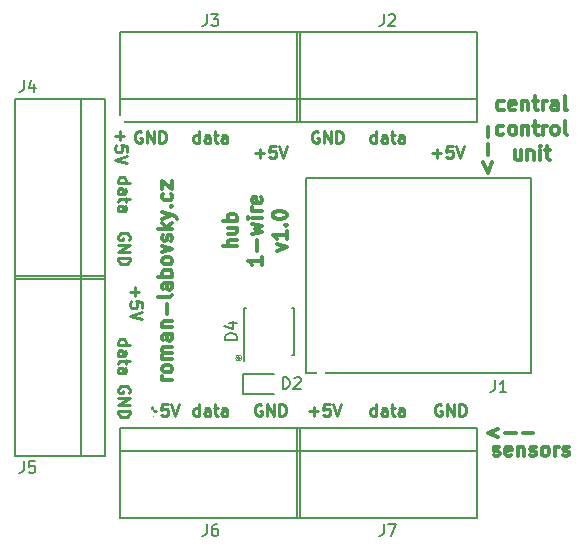
<source format=gto>
G04 #@! TF.GenerationSoftware,KiCad,Pcbnew,(5.1.6)-1*
G04 #@! TF.CreationDate,2023-04-30T23:16:11+02:00*
G04 #@! TF.ProjectId,hub-1-wire,6875622d-312d-4776-9972-652e6b696361,rev?*
G04 #@! TF.SameCoordinates,Original*
G04 #@! TF.FileFunction,Legend,Top*
G04 #@! TF.FilePolarity,Positive*
%FSLAX46Y46*%
G04 Gerber Fmt 4.6, Leading zero omitted, Abs format (unit mm)*
G04 Created by KiCad (PCBNEW (5.1.6)-1) date 2023-04-30 23:16:11*
%MOMM*%
%LPD*%
G01*
G04 APERTURE LIST*
%ADD10C,0.300000*%
%ADD11C,0.250000*%
%ADD12C,0.160000*%
%ADD13C,0.120000*%
%ADD14C,0.150000*%
%ADD15C,6.102000*%
%ADD16C,0.902000*%
%ADD17R,3.602000X3.602000*%
%ADD18C,3.602000*%
%ADD19C,1.602000*%
%ADD20C,3.402000*%
%ADD21R,0.902000X2.302000*%
%ADD22R,1.002000X1.002000*%
G04 APERTURE END LIST*
D10*
X232152857Y-82816571D02*
X232495714Y-83730857D01*
X232838571Y-82816571D01*
X232495714Y-82245142D02*
X232495714Y-81330857D01*
X232495714Y-80759428D02*
X232495714Y-79845142D01*
X233413428Y-105406857D02*
X232499142Y-105749714D01*
X233413428Y-106092571D01*
X233984857Y-105749714D02*
X234899142Y-105749714D01*
X235470571Y-105749714D02*
X236384857Y-105749714D01*
X233020000Y-107673714D02*
X233134285Y-107730857D01*
X233362857Y-107730857D01*
X233477142Y-107673714D01*
X233534285Y-107559428D01*
X233534285Y-107502285D01*
X233477142Y-107388000D01*
X233362857Y-107330857D01*
X233191428Y-107330857D01*
X233077142Y-107273714D01*
X233020000Y-107159428D01*
X233020000Y-107102285D01*
X233077142Y-106988000D01*
X233191428Y-106930857D01*
X233362857Y-106930857D01*
X233477142Y-106988000D01*
X234505714Y-107673714D02*
X234391428Y-107730857D01*
X234162857Y-107730857D01*
X234048571Y-107673714D01*
X233991428Y-107559428D01*
X233991428Y-107102285D01*
X234048571Y-106988000D01*
X234162857Y-106930857D01*
X234391428Y-106930857D01*
X234505714Y-106988000D01*
X234562857Y-107102285D01*
X234562857Y-107216571D01*
X233991428Y-107330857D01*
X235077142Y-106930857D02*
X235077142Y-107730857D01*
X235077142Y-107045142D02*
X235134285Y-106988000D01*
X235248571Y-106930857D01*
X235420000Y-106930857D01*
X235534285Y-106988000D01*
X235591428Y-107102285D01*
X235591428Y-107730857D01*
X236105714Y-107673714D02*
X236220000Y-107730857D01*
X236448571Y-107730857D01*
X236562857Y-107673714D01*
X236620000Y-107559428D01*
X236620000Y-107502285D01*
X236562857Y-107388000D01*
X236448571Y-107330857D01*
X236277142Y-107330857D01*
X236162857Y-107273714D01*
X236105714Y-107159428D01*
X236105714Y-107102285D01*
X236162857Y-106988000D01*
X236277142Y-106930857D01*
X236448571Y-106930857D01*
X236562857Y-106988000D01*
X237305714Y-107730857D02*
X237191428Y-107673714D01*
X237134285Y-107616571D01*
X237077142Y-107502285D01*
X237077142Y-107159428D01*
X237134285Y-107045142D01*
X237191428Y-106988000D01*
X237305714Y-106930857D01*
X237477142Y-106930857D01*
X237591428Y-106988000D01*
X237648571Y-107045142D01*
X237705714Y-107159428D01*
X237705714Y-107502285D01*
X237648571Y-107616571D01*
X237591428Y-107673714D01*
X237477142Y-107730857D01*
X237305714Y-107730857D01*
X238220000Y-107730857D02*
X238220000Y-106930857D01*
X238220000Y-107159428D02*
X238277142Y-107045142D01*
X238334285Y-106988000D01*
X238448571Y-106930857D01*
X238562857Y-106930857D01*
X238905714Y-107673714D02*
X239020000Y-107730857D01*
X239248571Y-107730857D01*
X239362857Y-107673714D01*
X239420000Y-107559428D01*
X239420000Y-107502285D01*
X239362857Y-107388000D01*
X239248571Y-107330857D01*
X239077142Y-107330857D01*
X238962857Y-107273714D01*
X238905714Y-107159428D01*
X238905714Y-107102285D01*
X238962857Y-106988000D01*
X239077142Y-106930857D01*
X239248571Y-106930857D01*
X239362857Y-106988000D01*
X211294857Y-89988857D02*
X210094857Y-89988857D01*
X211294857Y-89474571D02*
X210666285Y-89474571D01*
X210552000Y-89531714D01*
X210494857Y-89646000D01*
X210494857Y-89817428D01*
X210552000Y-89931714D01*
X210609142Y-89988857D01*
X210494857Y-88388857D02*
X211294857Y-88388857D01*
X210494857Y-88903142D02*
X211123428Y-88903142D01*
X211237714Y-88846000D01*
X211294857Y-88731714D01*
X211294857Y-88560285D01*
X211237714Y-88446000D01*
X211180571Y-88388857D01*
X211294857Y-87817428D02*
X210094857Y-87817428D01*
X210552000Y-87817428D02*
X210494857Y-87703142D01*
X210494857Y-87474571D01*
X210552000Y-87360285D01*
X210609142Y-87303142D01*
X210723428Y-87246000D01*
X211066285Y-87246000D01*
X211180571Y-87303142D01*
X211237714Y-87360285D01*
X211294857Y-87474571D01*
X211294857Y-87703142D01*
X211237714Y-87817428D01*
X213394857Y-90846000D02*
X213394857Y-91531714D01*
X213394857Y-91188857D02*
X212194857Y-91188857D01*
X212366285Y-91303142D01*
X212480571Y-91417428D01*
X212537714Y-91531714D01*
X212937714Y-90331714D02*
X212937714Y-89417428D01*
X212594857Y-88960285D02*
X213394857Y-88731714D01*
X212823428Y-88503142D01*
X213394857Y-88274571D01*
X212594857Y-88046000D01*
X213394857Y-87588857D02*
X212594857Y-87588857D01*
X212194857Y-87588857D02*
X212252000Y-87646000D01*
X212309142Y-87588857D01*
X212252000Y-87531714D01*
X212194857Y-87588857D01*
X212309142Y-87588857D01*
X213394857Y-87017428D02*
X212594857Y-87017428D01*
X212823428Y-87017428D02*
X212709142Y-86960285D01*
X212652000Y-86903142D01*
X212594857Y-86788857D01*
X212594857Y-86674571D01*
X213337714Y-85817428D02*
X213394857Y-85931714D01*
X213394857Y-86160285D01*
X213337714Y-86274571D01*
X213223428Y-86331714D01*
X212766285Y-86331714D01*
X212652000Y-86274571D01*
X212594857Y-86160285D01*
X212594857Y-85931714D01*
X212652000Y-85817428D01*
X212766285Y-85760285D01*
X212880571Y-85760285D01*
X212994857Y-86331714D01*
X214694857Y-90360285D02*
X215494857Y-90074571D01*
X214694857Y-89788857D01*
X215494857Y-88703142D02*
X215494857Y-89388857D01*
X215494857Y-89046000D02*
X214294857Y-89046000D01*
X214466285Y-89160285D01*
X214580571Y-89274571D01*
X214637714Y-89388857D01*
X215380571Y-88188857D02*
X215437714Y-88131714D01*
X215494857Y-88188857D01*
X215437714Y-88246000D01*
X215380571Y-88188857D01*
X215494857Y-88188857D01*
X214294857Y-87388857D02*
X214294857Y-87274571D01*
X214352000Y-87160285D01*
X214409142Y-87103142D01*
X214523428Y-87046000D01*
X214752000Y-86988857D01*
X215037714Y-86988857D01*
X215266285Y-87046000D01*
X215380571Y-87103142D01*
X215437714Y-87160285D01*
X215494857Y-87274571D01*
X215494857Y-87388857D01*
X215437714Y-87503142D01*
X215380571Y-87560285D01*
X215266285Y-87617428D01*
X215037714Y-87674571D01*
X214752000Y-87674571D01*
X214523428Y-87617428D01*
X214409142Y-87560285D01*
X214352000Y-87503142D01*
X214294857Y-87388857D01*
X233877142Y-78395714D02*
X233762857Y-78452857D01*
X233534285Y-78452857D01*
X233420000Y-78395714D01*
X233362857Y-78338571D01*
X233305714Y-78224285D01*
X233305714Y-77881428D01*
X233362857Y-77767142D01*
X233420000Y-77710000D01*
X233534285Y-77652857D01*
X233762857Y-77652857D01*
X233877142Y-77710000D01*
X234848571Y-78395714D02*
X234734285Y-78452857D01*
X234505714Y-78452857D01*
X234391428Y-78395714D01*
X234334285Y-78281428D01*
X234334285Y-77824285D01*
X234391428Y-77710000D01*
X234505714Y-77652857D01*
X234734285Y-77652857D01*
X234848571Y-77710000D01*
X234905714Y-77824285D01*
X234905714Y-77938571D01*
X234334285Y-78052857D01*
X235420000Y-77652857D02*
X235420000Y-78452857D01*
X235420000Y-77767142D02*
X235477142Y-77710000D01*
X235591428Y-77652857D01*
X235762857Y-77652857D01*
X235877142Y-77710000D01*
X235934285Y-77824285D01*
X235934285Y-78452857D01*
X236334285Y-77652857D02*
X236791428Y-77652857D01*
X236505714Y-77252857D02*
X236505714Y-78281428D01*
X236562857Y-78395714D01*
X236677142Y-78452857D01*
X236791428Y-78452857D01*
X237191428Y-78452857D02*
X237191428Y-77652857D01*
X237191428Y-77881428D02*
X237248571Y-77767142D01*
X237305714Y-77710000D01*
X237420000Y-77652857D01*
X237534285Y-77652857D01*
X238448571Y-78452857D02*
X238448571Y-77824285D01*
X238391428Y-77710000D01*
X238277142Y-77652857D01*
X238048571Y-77652857D01*
X237934285Y-77710000D01*
X238448571Y-78395714D02*
X238334285Y-78452857D01*
X238048571Y-78452857D01*
X237934285Y-78395714D01*
X237877142Y-78281428D01*
X237877142Y-78167142D01*
X237934285Y-78052857D01*
X238048571Y-77995714D01*
X238334285Y-77995714D01*
X238448571Y-77938571D01*
X239191428Y-78452857D02*
X239077142Y-78395714D01*
X239020000Y-78281428D01*
X239020000Y-77252857D01*
X233848571Y-80495714D02*
X233734285Y-80552857D01*
X233505714Y-80552857D01*
X233391428Y-80495714D01*
X233334285Y-80438571D01*
X233277142Y-80324285D01*
X233277142Y-79981428D01*
X233334285Y-79867142D01*
X233391428Y-79810000D01*
X233505714Y-79752857D01*
X233734285Y-79752857D01*
X233848571Y-79810000D01*
X234534285Y-80552857D02*
X234420000Y-80495714D01*
X234362857Y-80438571D01*
X234305714Y-80324285D01*
X234305714Y-79981428D01*
X234362857Y-79867142D01*
X234420000Y-79810000D01*
X234534285Y-79752857D01*
X234705714Y-79752857D01*
X234820000Y-79810000D01*
X234877142Y-79867142D01*
X234934285Y-79981428D01*
X234934285Y-80324285D01*
X234877142Y-80438571D01*
X234820000Y-80495714D01*
X234705714Y-80552857D01*
X234534285Y-80552857D01*
X235448571Y-79752857D02*
X235448571Y-80552857D01*
X235448571Y-79867142D02*
X235505714Y-79810000D01*
X235620000Y-79752857D01*
X235791428Y-79752857D01*
X235905714Y-79810000D01*
X235962857Y-79924285D01*
X235962857Y-80552857D01*
X236362857Y-79752857D02*
X236820000Y-79752857D01*
X236534285Y-79352857D02*
X236534285Y-80381428D01*
X236591428Y-80495714D01*
X236705714Y-80552857D01*
X236820000Y-80552857D01*
X237220000Y-80552857D02*
X237220000Y-79752857D01*
X237220000Y-79981428D02*
X237277142Y-79867142D01*
X237334285Y-79810000D01*
X237448571Y-79752857D01*
X237562857Y-79752857D01*
X238134285Y-80552857D02*
X238020000Y-80495714D01*
X237962857Y-80438571D01*
X237905714Y-80324285D01*
X237905714Y-79981428D01*
X237962857Y-79867142D01*
X238020000Y-79810000D01*
X238134285Y-79752857D01*
X238305714Y-79752857D01*
X238420000Y-79810000D01*
X238477142Y-79867142D01*
X238534285Y-79981428D01*
X238534285Y-80324285D01*
X238477142Y-80438571D01*
X238420000Y-80495714D01*
X238305714Y-80552857D01*
X238134285Y-80552857D01*
X239220000Y-80552857D02*
X239105714Y-80495714D01*
X239048571Y-80381428D01*
X239048571Y-79352857D01*
X235305714Y-81852857D02*
X235305714Y-82652857D01*
X234791428Y-81852857D02*
X234791428Y-82481428D01*
X234848571Y-82595714D01*
X234962857Y-82652857D01*
X235134285Y-82652857D01*
X235248571Y-82595714D01*
X235305714Y-82538571D01*
X235877142Y-81852857D02*
X235877142Y-82652857D01*
X235877142Y-81967142D02*
X235934285Y-81910000D01*
X236048571Y-81852857D01*
X236220000Y-81852857D01*
X236334285Y-81910000D01*
X236391428Y-82024285D01*
X236391428Y-82652857D01*
X236962857Y-82652857D02*
X236962857Y-81852857D01*
X236962857Y-81452857D02*
X236905714Y-81510000D01*
X236962857Y-81567142D01*
X237020000Y-81510000D01*
X236962857Y-81452857D01*
X236962857Y-81567142D01*
X237362857Y-81852857D02*
X237820000Y-81852857D01*
X237534285Y-81452857D02*
X237534285Y-82481428D01*
X237591428Y-82595714D01*
X237705714Y-82652857D01*
X237820000Y-82652857D01*
X205774857Y-101335428D02*
X204974857Y-101335428D01*
X205203428Y-101335428D02*
X205089142Y-101278285D01*
X205032000Y-101221142D01*
X204974857Y-101106857D01*
X204974857Y-100992571D01*
X205774857Y-100421142D02*
X205717714Y-100535428D01*
X205660571Y-100592571D01*
X205546285Y-100649714D01*
X205203428Y-100649714D01*
X205089142Y-100592571D01*
X205032000Y-100535428D01*
X204974857Y-100421142D01*
X204974857Y-100249714D01*
X205032000Y-100135428D01*
X205089142Y-100078285D01*
X205203428Y-100021142D01*
X205546285Y-100021142D01*
X205660571Y-100078285D01*
X205717714Y-100135428D01*
X205774857Y-100249714D01*
X205774857Y-100421142D01*
X205774857Y-99506857D02*
X204974857Y-99506857D01*
X205089142Y-99506857D02*
X205032000Y-99449714D01*
X204974857Y-99335428D01*
X204974857Y-99164000D01*
X205032000Y-99049714D01*
X205146285Y-98992571D01*
X205774857Y-98992571D01*
X205146285Y-98992571D02*
X205032000Y-98935428D01*
X204974857Y-98821142D01*
X204974857Y-98649714D01*
X205032000Y-98535428D01*
X205146285Y-98478285D01*
X205774857Y-98478285D01*
X205774857Y-97392571D02*
X205146285Y-97392571D01*
X205032000Y-97449714D01*
X204974857Y-97564000D01*
X204974857Y-97792571D01*
X205032000Y-97906857D01*
X205717714Y-97392571D02*
X205774857Y-97506857D01*
X205774857Y-97792571D01*
X205717714Y-97906857D01*
X205603428Y-97964000D01*
X205489142Y-97964000D01*
X205374857Y-97906857D01*
X205317714Y-97792571D01*
X205317714Y-97506857D01*
X205260571Y-97392571D01*
X204974857Y-96821142D02*
X205774857Y-96821142D01*
X205089142Y-96821142D02*
X205032000Y-96764000D01*
X204974857Y-96649714D01*
X204974857Y-96478285D01*
X205032000Y-96364000D01*
X205146285Y-96306857D01*
X205774857Y-96306857D01*
X205317714Y-95735428D02*
X205317714Y-94821142D01*
X205774857Y-94078285D02*
X205717714Y-94192571D01*
X205603428Y-94249714D01*
X204574857Y-94249714D01*
X205774857Y-93106857D02*
X205146285Y-93106857D01*
X205032000Y-93164000D01*
X204974857Y-93278285D01*
X204974857Y-93506857D01*
X205032000Y-93621142D01*
X205717714Y-93106857D02*
X205774857Y-93221142D01*
X205774857Y-93506857D01*
X205717714Y-93621142D01*
X205603428Y-93678285D01*
X205489142Y-93678285D01*
X205374857Y-93621142D01*
X205317714Y-93506857D01*
X205317714Y-93221142D01*
X205260571Y-93106857D01*
X205774857Y-92535428D02*
X204574857Y-92535428D01*
X205032000Y-92535428D02*
X204974857Y-92421142D01*
X204974857Y-92192571D01*
X205032000Y-92078285D01*
X205089142Y-92021142D01*
X205203428Y-91964000D01*
X205546285Y-91964000D01*
X205660571Y-92021142D01*
X205717714Y-92078285D01*
X205774857Y-92192571D01*
X205774857Y-92421142D01*
X205717714Y-92535428D01*
X205774857Y-91278285D02*
X205717714Y-91392571D01*
X205660571Y-91449714D01*
X205546285Y-91506857D01*
X205203428Y-91506857D01*
X205089142Y-91449714D01*
X205032000Y-91392571D01*
X204974857Y-91278285D01*
X204974857Y-91106857D01*
X205032000Y-90992571D01*
X205089142Y-90935428D01*
X205203428Y-90878285D01*
X205546285Y-90878285D01*
X205660571Y-90935428D01*
X205717714Y-90992571D01*
X205774857Y-91106857D01*
X205774857Y-91278285D01*
X204974857Y-90478285D02*
X205774857Y-90192571D01*
X204974857Y-89906857D01*
X205717714Y-89506857D02*
X205774857Y-89392571D01*
X205774857Y-89164000D01*
X205717714Y-89049714D01*
X205603428Y-88992571D01*
X205546285Y-88992571D01*
X205432000Y-89049714D01*
X205374857Y-89164000D01*
X205374857Y-89335428D01*
X205317714Y-89449714D01*
X205203428Y-89506857D01*
X205146285Y-89506857D01*
X205032000Y-89449714D01*
X204974857Y-89335428D01*
X204974857Y-89164000D01*
X205032000Y-89049714D01*
X205774857Y-88478285D02*
X204574857Y-88478285D01*
X205317714Y-88364000D02*
X205774857Y-88021142D01*
X204974857Y-88021142D02*
X205432000Y-88478285D01*
X204974857Y-87621142D02*
X205774857Y-87335428D01*
X204974857Y-87049714D02*
X205774857Y-87335428D01*
X206060571Y-87449714D01*
X206117714Y-87506857D01*
X206174857Y-87621142D01*
X205660571Y-86592571D02*
X205717714Y-86535428D01*
X205774857Y-86592571D01*
X205717714Y-86649714D01*
X205660571Y-86592571D01*
X205774857Y-86592571D01*
X205717714Y-85506857D02*
X205774857Y-85621142D01*
X205774857Y-85849714D01*
X205717714Y-85964000D01*
X205660571Y-86021142D01*
X205546285Y-86078285D01*
X205203428Y-86078285D01*
X205089142Y-86021142D01*
X205032000Y-85964000D01*
X204974857Y-85849714D01*
X204974857Y-85621142D01*
X205032000Y-85506857D01*
X204974857Y-85106857D02*
X204974857Y-84478285D01*
X205774857Y-85106857D01*
X205774857Y-84478285D01*
D11*
X217408285Y-103957428D02*
X218170190Y-103957428D01*
X217789238Y-104338380D02*
X217789238Y-103576476D01*
X219122571Y-103338380D02*
X218646380Y-103338380D01*
X218598761Y-103814571D01*
X218646380Y-103766952D01*
X218741619Y-103719333D01*
X218979714Y-103719333D01*
X219074952Y-103766952D01*
X219122571Y-103814571D01*
X219170190Y-103909809D01*
X219170190Y-104147904D01*
X219122571Y-104243142D01*
X219074952Y-104290761D01*
X218979714Y-104338380D01*
X218741619Y-104338380D01*
X218646380Y-104290761D01*
X218598761Y-104243142D01*
X219455904Y-103338380D02*
X219789238Y-104338380D01*
X220122571Y-103338380D01*
X223051809Y-104338380D02*
X223051809Y-103338380D01*
X223051809Y-104290761D02*
X222956571Y-104338380D01*
X222766095Y-104338380D01*
X222670857Y-104290761D01*
X222623238Y-104243142D01*
X222575619Y-104147904D01*
X222575619Y-103862190D01*
X222623238Y-103766952D01*
X222670857Y-103719333D01*
X222766095Y-103671714D01*
X222956571Y-103671714D01*
X223051809Y-103719333D01*
X223956571Y-104338380D02*
X223956571Y-103814571D01*
X223908952Y-103719333D01*
X223813714Y-103671714D01*
X223623238Y-103671714D01*
X223528000Y-103719333D01*
X223956571Y-104290761D02*
X223861333Y-104338380D01*
X223623238Y-104338380D01*
X223528000Y-104290761D01*
X223480380Y-104195523D01*
X223480380Y-104100285D01*
X223528000Y-104005047D01*
X223623238Y-103957428D01*
X223861333Y-103957428D01*
X223956571Y-103909809D01*
X224289904Y-103671714D02*
X224670857Y-103671714D01*
X224432761Y-103338380D02*
X224432761Y-104195523D01*
X224480380Y-104290761D01*
X224575619Y-104338380D01*
X224670857Y-104338380D01*
X225432761Y-104338380D02*
X225432761Y-103814571D01*
X225385142Y-103719333D01*
X225289904Y-103671714D01*
X225099428Y-103671714D01*
X225004190Y-103719333D01*
X225432761Y-104290761D02*
X225337523Y-104338380D01*
X225099428Y-104338380D01*
X225004190Y-104290761D01*
X224956571Y-104195523D01*
X224956571Y-104100285D01*
X225004190Y-104005047D01*
X225099428Y-103957428D01*
X225337523Y-103957428D01*
X225432761Y-103909809D01*
X228600095Y-103386000D02*
X228504857Y-103338380D01*
X228362000Y-103338380D01*
X228219142Y-103386000D01*
X228123904Y-103481238D01*
X228076285Y-103576476D01*
X228028666Y-103766952D01*
X228028666Y-103909809D01*
X228076285Y-104100285D01*
X228123904Y-104195523D01*
X228219142Y-104290761D01*
X228362000Y-104338380D01*
X228457238Y-104338380D01*
X228600095Y-104290761D01*
X228647714Y-104243142D01*
X228647714Y-103909809D01*
X228457238Y-103909809D01*
X229076285Y-104338380D02*
X229076285Y-103338380D01*
X229647714Y-104338380D01*
X229647714Y-103338380D01*
X230123904Y-104338380D02*
X230123904Y-103338380D01*
X230362000Y-103338380D01*
X230504857Y-103386000D01*
X230600095Y-103481238D01*
X230647714Y-103576476D01*
X230695333Y-103766952D01*
X230695333Y-103909809D01*
X230647714Y-104100285D01*
X230600095Y-104195523D01*
X230504857Y-104290761D01*
X230362000Y-104338380D01*
X230123904Y-104338380D01*
X203692285Y-103957428D02*
X204454190Y-103957428D01*
X204073238Y-104338380D02*
X204073238Y-103576476D01*
X205406571Y-103338380D02*
X204930380Y-103338380D01*
X204882761Y-103814571D01*
X204930380Y-103766952D01*
X205025619Y-103719333D01*
X205263714Y-103719333D01*
X205358952Y-103766952D01*
X205406571Y-103814571D01*
X205454190Y-103909809D01*
X205454190Y-104147904D01*
X205406571Y-104243142D01*
X205358952Y-104290761D01*
X205263714Y-104338380D01*
X205025619Y-104338380D01*
X204930380Y-104290761D01*
X204882761Y-104243142D01*
X205739904Y-103338380D02*
X206073238Y-104338380D01*
X206406571Y-103338380D01*
X208065809Y-104338380D02*
X208065809Y-103338380D01*
X208065809Y-104290761D02*
X207970571Y-104338380D01*
X207780095Y-104338380D01*
X207684857Y-104290761D01*
X207637238Y-104243142D01*
X207589619Y-104147904D01*
X207589619Y-103862190D01*
X207637238Y-103766952D01*
X207684857Y-103719333D01*
X207780095Y-103671714D01*
X207970571Y-103671714D01*
X208065809Y-103719333D01*
X208970571Y-104338380D02*
X208970571Y-103814571D01*
X208922952Y-103719333D01*
X208827714Y-103671714D01*
X208637238Y-103671714D01*
X208542000Y-103719333D01*
X208970571Y-104290761D02*
X208875333Y-104338380D01*
X208637238Y-104338380D01*
X208542000Y-104290761D01*
X208494380Y-104195523D01*
X208494380Y-104100285D01*
X208542000Y-104005047D01*
X208637238Y-103957428D01*
X208875333Y-103957428D01*
X208970571Y-103909809D01*
X209303904Y-103671714D02*
X209684857Y-103671714D01*
X209446761Y-103338380D02*
X209446761Y-104195523D01*
X209494380Y-104290761D01*
X209589619Y-104338380D01*
X209684857Y-104338380D01*
X210446761Y-104338380D02*
X210446761Y-103814571D01*
X210399142Y-103719333D01*
X210303904Y-103671714D01*
X210113428Y-103671714D01*
X210018190Y-103719333D01*
X210446761Y-104290761D02*
X210351523Y-104338380D01*
X210113428Y-104338380D01*
X210018190Y-104290761D01*
X209970571Y-104195523D01*
X209970571Y-104100285D01*
X210018190Y-104005047D01*
X210113428Y-103957428D01*
X210351523Y-103957428D01*
X210446761Y-103909809D01*
X213360095Y-103386000D02*
X213264857Y-103338380D01*
X213122000Y-103338380D01*
X212979142Y-103386000D01*
X212883904Y-103481238D01*
X212836285Y-103576476D01*
X212788666Y-103766952D01*
X212788666Y-103909809D01*
X212836285Y-104100285D01*
X212883904Y-104195523D01*
X212979142Y-104290761D01*
X213122000Y-104338380D01*
X213217238Y-104338380D01*
X213360095Y-104290761D01*
X213407714Y-104243142D01*
X213407714Y-103909809D01*
X213217238Y-103909809D01*
X213836285Y-104338380D02*
X213836285Y-103338380D01*
X214407714Y-104338380D01*
X214407714Y-103338380D01*
X214883904Y-104338380D02*
X214883904Y-103338380D01*
X215122000Y-103338380D01*
X215264857Y-103386000D01*
X215360095Y-103481238D01*
X215407714Y-103576476D01*
X215455333Y-103766952D01*
X215455333Y-103909809D01*
X215407714Y-104100285D01*
X215360095Y-104195523D01*
X215264857Y-104290761D01*
X215122000Y-104338380D01*
X214883904Y-104338380D01*
X202176000Y-102362095D02*
X202223619Y-102266857D01*
X202223619Y-102124000D01*
X202176000Y-101981142D01*
X202080761Y-101885904D01*
X201985523Y-101838285D01*
X201795047Y-101790666D01*
X201652190Y-101790666D01*
X201461714Y-101838285D01*
X201366476Y-101885904D01*
X201271238Y-101981142D01*
X201223619Y-102124000D01*
X201223619Y-102219238D01*
X201271238Y-102362095D01*
X201318857Y-102409714D01*
X201652190Y-102409714D01*
X201652190Y-102219238D01*
X201223619Y-102838285D02*
X202223619Y-102838285D01*
X201223619Y-103409714D01*
X202223619Y-103409714D01*
X201223619Y-103885904D02*
X202223619Y-103885904D01*
X202223619Y-104124000D01*
X202176000Y-104266857D01*
X202080761Y-104362095D01*
X201985523Y-104409714D01*
X201795047Y-104457333D01*
X201652190Y-104457333D01*
X201461714Y-104409714D01*
X201366476Y-104362095D01*
X201271238Y-104266857D01*
X201223619Y-104124000D01*
X201223619Y-103885904D01*
X201223619Y-98337809D02*
X202223619Y-98337809D01*
X201271238Y-98337809D02*
X201223619Y-98242571D01*
X201223619Y-98052095D01*
X201271238Y-97956857D01*
X201318857Y-97909238D01*
X201414095Y-97861619D01*
X201699809Y-97861619D01*
X201795047Y-97909238D01*
X201842666Y-97956857D01*
X201890285Y-98052095D01*
X201890285Y-98242571D01*
X201842666Y-98337809D01*
X201223619Y-99242571D02*
X201747428Y-99242571D01*
X201842666Y-99194952D01*
X201890285Y-99099714D01*
X201890285Y-98909238D01*
X201842666Y-98814000D01*
X201271238Y-99242571D02*
X201223619Y-99147333D01*
X201223619Y-98909238D01*
X201271238Y-98814000D01*
X201366476Y-98766380D01*
X201461714Y-98766380D01*
X201556952Y-98814000D01*
X201604571Y-98909238D01*
X201604571Y-99147333D01*
X201652190Y-99242571D01*
X201890285Y-99575904D02*
X201890285Y-99956857D01*
X202223619Y-99718761D02*
X201366476Y-99718761D01*
X201271238Y-99766380D01*
X201223619Y-99861619D01*
X201223619Y-99956857D01*
X201223619Y-100718761D02*
X201747428Y-100718761D01*
X201842666Y-100671142D01*
X201890285Y-100575904D01*
X201890285Y-100385428D01*
X201842666Y-100290190D01*
X201271238Y-100718761D02*
X201223619Y-100623523D01*
X201223619Y-100385428D01*
X201271238Y-100290190D01*
X201366476Y-100242571D01*
X201461714Y-100242571D01*
X201556952Y-100290190D01*
X201604571Y-100385428D01*
X201604571Y-100623523D01*
X201652190Y-100718761D01*
X202620571Y-93456285D02*
X202620571Y-94218190D01*
X202239619Y-93837238D02*
X203001523Y-93837238D01*
X203239619Y-95170571D02*
X203239619Y-94694380D01*
X202763428Y-94646761D01*
X202811047Y-94694380D01*
X202858666Y-94789619D01*
X202858666Y-95027714D01*
X202811047Y-95122952D01*
X202763428Y-95170571D01*
X202668190Y-95218190D01*
X202430095Y-95218190D01*
X202334857Y-95170571D01*
X202287238Y-95122952D01*
X202239619Y-95027714D01*
X202239619Y-94789619D01*
X202287238Y-94694380D01*
X202334857Y-94646761D01*
X203239619Y-95503904D02*
X202239619Y-95837238D01*
X203239619Y-96170571D01*
X202176000Y-89408095D02*
X202223619Y-89312857D01*
X202223619Y-89170000D01*
X202176000Y-89027142D01*
X202080761Y-88931904D01*
X201985523Y-88884285D01*
X201795047Y-88836666D01*
X201652190Y-88836666D01*
X201461714Y-88884285D01*
X201366476Y-88931904D01*
X201271238Y-89027142D01*
X201223619Y-89170000D01*
X201223619Y-89265238D01*
X201271238Y-89408095D01*
X201318857Y-89455714D01*
X201652190Y-89455714D01*
X201652190Y-89265238D01*
X201223619Y-89884285D02*
X202223619Y-89884285D01*
X201223619Y-90455714D01*
X202223619Y-90455714D01*
X201223619Y-90931904D02*
X202223619Y-90931904D01*
X202223619Y-91170000D01*
X202176000Y-91312857D01*
X202080761Y-91408095D01*
X201985523Y-91455714D01*
X201795047Y-91503333D01*
X201652190Y-91503333D01*
X201461714Y-91455714D01*
X201366476Y-91408095D01*
X201271238Y-91312857D01*
X201223619Y-91170000D01*
X201223619Y-90931904D01*
X201223619Y-84621809D02*
X202223619Y-84621809D01*
X201271238Y-84621809D02*
X201223619Y-84526571D01*
X201223619Y-84336095D01*
X201271238Y-84240857D01*
X201318857Y-84193238D01*
X201414095Y-84145619D01*
X201699809Y-84145619D01*
X201795047Y-84193238D01*
X201842666Y-84240857D01*
X201890285Y-84336095D01*
X201890285Y-84526571D01*
X201842666Y-84621809D01*
X201223619Y-85526571D02*
X201747428Y-85526571D01*
X201842666Y-85478952D01*
X201890285Y-85383714D01*
X201890285Y-85193238D01*
X201842666Y-85098000D01*
X201271238Y-85526571D02*
X201223619Y-85431333D01*
X201223619Y-85193238D01*
X201271238Y-85098000D01*
X201366476Y-85050380D01*
X201461714Y-85050380D01*
X201556952Y-85098000D01*
X201604571Y-85193238D01*
X201604571Y-85431333D01*
X201652190Y-85526571D01*
X201890285Y-85859904D02*
X201890285Y-86240857D01*
X202223619Y-86002761D02*
X201366476Y-86002761D01*
X201271238Y-86050380D01*
X201223619Y-86145619D01*
X201223619Y-86240857D01*
X201223619Y-87002761D02*
X201747428Y-87002761D01*
X201842666Y-86955142D01*
X201890285Y-86859904D01*
X201890285Y-86669428D01*
X201842666Y-86574190D01*
X201271238Y-87002761D02*
X201223619Y-86907523D01*
X201223619Y-86669428D01*
X201271238Y-86574190D01*
X201366476Y-86526571D01*
X201461714Y-86526571D01*
X201556952Y-86574190D01*
X201604571Y-86669428D01*
X201604571Y-86907523D01*
X201652190Y-87002761D01*
X201350571Y-80248285D02*
X201350571Y-81010190D01*
X200969619Y-80629238D02*
X201731523Y-80629238D01*
X201969619Y-81962571D02*
X201969619Y-81486380D01*
X201493428Y-81438761D01*
X201541047Y-81486380D01*
X201588666Y-81581619D01*
X201588666Y-81819714D01*
X201541047Y-81914952D01*
X201493428Y-81962571D01*
X201398190Y-82010190D01*
X201160095Y-82010190D01*
X201064857Y-81962571D01*
X201017238Y-81914952D01*
X200969619Y-81819714D01*
X200969619Y-81581619D01*
X201017238Y-81486380D01*
X201064857Y-81438761D01*
X201969619Y-82295904D02*
X200969619Y-82629238D01*
X201969619Y-82962571D01*
X203200095Y-80272000D02*
X203104857Y-80224380D01*
X202962000Y-80224380D01*
X202819142Y-80272000D01*
X202723904Y-80367238D01*
X202676285Y-80462476D01*
X202628666Y-80652952D01*
X202628666Y-80795809D01*
X202676285Y-80986285D01*
X202723904Y-81081523D01*
X202819142Y-81176761D01*
X202962000Y-81224380D01*
X203057238Y-81224380D01*
X203200095Y-81176761D01*
X203247714Y-81129142D01*
X203247714Y-80795809D01*
X203057238Y-80795809D01*
X203676285Y-81224380D02*
X203676285Y-80224380D01*
X204247714Y-81224380D01*
X204247714Y-80224380D01*
X204723904Y-81224380D02*
X204723904Y-80224380D01*
X204962000Y-80224380D01*
X205104857Y-80272000D01*
X205200095Y-80367238D01*
X205247714Y-80462476D01*
X205295333Y-80652952D01*
X205295333Y-80795809D01*
X205247714Y-80986285D01*
X205200095Y-81081523D01*
X205104857Y-81176761D01*
X204962000Y-81224380D01*
X204723904Y-81224380D01*
X208065809Y-81224380D02*
X208065809Y-80224380D01*
X208065809Y-81176761D02*
X207970571Y-81224380D01*
X207780095Y-81224380D01*
X207684857Y-81176761D01*
X207637238Y-81129142D01*
X207589619Y-81033904D01*
X207589619Y-80748190D01*
X207637238Y-80652952D01*
X207684857Y-80605333D01*
X207780095Y-80557714D01*
X207970571Y-80557714D01*
X208065809Y-80605333D01*
X208970571Y-81224380D02*
X208970571Y-80700571D01*
X208922952Y-80605333D01*
X208827714Y-80557714D01*
X208637238Y-80557714D01*
X208542000Y-80605333D01*
X208970571Y-81176761D02*
X208875333Y-81224380D01*
X208637238Y-81224380D01*
X208542000Y-81176761D01*
X208494380Y-81081523D01*
X208494380Y-80986285D01*
X208542000Y-80891047D01*
X208637238Y-80843428D01*
X208875333Y-80843428D01*
X208970571Y-80795809D01*
X209303904Y-80557714D02*
X209684857Y-80557714D01*
X209446761Y-80224380D02*
X209446761Y-81081523D01*
X209494380Y-81176761D01*
X209589619Y-81224380D01*
X209684857Y-81224380D01*
X210446761Y-81224380D02*
X210446761Y-80700571D01*
X210399142Y-80605333D01*
X210303904Y-80557714D01*
X210113428Y-80557714D01*
X210018190Y-80605333D01*
X210446761Y-81176761D02*
X210351523Y-81224380D01*
X210113428Y-81224380D01*
X210018190Y-81176761D01*
X209970571Y-81081523D01*
X209970571Y-80986285D01*
X210018190Y-80891047D01*
X210113428Y-80843428D01*
X210351523Y-80843428D01*
X210446761Y-80795809D01*
X212836285Y-82113428D02*
X213598190Y-82113428D01*
X213217238Y-82494380D02*
X213217238Y-81732476D01*
X214550571Y-81494380D02*
X214074380Y-81494380D01*
X214026761Y-81970571D01*
X214074380Y-81922952D01*
X214169619Y-81875333D01*
X214407714Y-81875333D01*
X214502952Y-81922952D01*
X214550571Y-81970571D01*
X214598190Y-82065809D01*
X214598190Y-82303904D01*
X214550571Y-82399142D01*
X214502952Y-82446761D01*
X214407714Y-82494380D01*
X214169619Y-82494380D01*
X214074380Y-82446761D01*
X214026761Y-82399142D01*
X214883904Y-81494380D02*
X215217238Y-82494380D01*
X215550571Y-81494380D01*
X218186095Y-80272000D02*
X218090857Y-80224380D01*
X217948000Y-80224380D01*
X217805142Y-80272000D01*
X217709904Y-80367238D01*
X217662285Y-80462476D01*
X217614666Y-80652952D01*
X217614666Y-80795809D01*
X217662285Y-80986285D01*
X217709904Y-81081523D01*
X217805142Y-81176761D01*
X217948000Y-81224380D01*
X218043238Y-81224380D01*
X218186095Y-81176761D01*
X218233714Y-81129142D01*
X218233714Y-80795809D01*
X218043238Y-80795809D01*
X218662285Y-81224380D02*
X218662285Y-80224380D01*
X219233714Y-81224380D01*
X219233714Y-80224380D01*
X219709904Y-81224380D02*
X219709904Y-80224380D01*
X219948000Y-80224380D01*
X220090857Y-80272000D01*
X220186095Y-80367238D01*
X220233714Y-80462476D01*
X220281333Y-80652952D01*
X220281333Y-80795809D01*
X220233714Y-80986285D01*
X220186095Y-81081523D01*
X220090857Y-81176761D01*
X219948000Y-81224380D01*
X219709904Y-81224380D01*
X223051809Y-81224380D02*
X223051809Y-80224380D01*
X223051809Y-81176761D02*
X222956571Y-81224380D01*
X222766095Y-81224380D01*
X222670857Y-81176761D01*
X222623238Y-81129142D01*
X222575619Y-81033904D01*
X222575619Y-80748190D01*
X222623238Y-80652952D01*
X222670857Y-80605333D01*
X222766095Y-80557714D01*
X222956571Y-80557714D01*
X223051809Y-80605333D01*
X223956571Y-81224380D02*
X223956571Y-80700571D01*
X223908952Y-80605333D01*
X223813714Y-80557714D01*
X223623238Y-80557714D01*
X223528000Y-80605333D01*
X223956571Y-81176761D02*
X223861333Y-81224380D01*
X223623238Y-81224380D01*
X223528000Y-81176761D01*
X223480380Y-81081523D01*
X223480380Y-80986285D01*
X223528000Y-80891047D01*
X223623238Y-80843428D01*
X223861333Y-80843428D01*
X223956571Y-80795809D01*
X224289904Y-80557714D02*
X224670857Y-80557714D01*
X224432761Y-80224380D02*
X224432761Y-81081523D01*
X224480380Y-81176761D01*
X224575619Y-81224380D01*
X224670857Y-81224380D01*
X225432761Y-81224380D02*
X225432761Y-80700571D01*
X225385142Y-80605333D01*
X225289904Y-80557714D01*
X225099428Y-80557714D01*
X225004190Y-80605333D01*
X225432761Y-81176761D02*
X225337523Y-81224380D01*
X225099428Y-81224380D01*
X225004190Y-81176761D01*
X224956571Y-81081523D01*
X224956571Y-80986285D01*
X225004190Y-80891047D01*
X225099428Y-80843428D01*
X225337523Y-80843428D01*
X225432761Y-80795809D01*
X227822285Y-82113428D02*
X228584190Y-82113428D01*
X228203238Y-82494380D02*
X228203238Y-81732476D01*
X229536571Y-81494380D02*
X229060380Y-81494380D01*
X229012761Y-81970571D01*
X229060380Y-81922952D01*
X229155619Y-81875333D01*
X229393714Y-81875333D01*
X229488952Y-81922952D01*
X229536571Y-81970571D01*
X229584190Y-82065809D01*
X229584190Y-82303904D01*
X229536571Y-82399142D01*
X229488952Y-82446761D01*
X229393714Y-82494380D01*
X229155619Y-82494380D01*
X229060380Y-82446761D01*
X229012761Y-82399142D01*
X229869904Y-81494380D02*
X230203238Y-82494380D01*
X230536571Y-81494380D01*
D12*
X231648000Y-105355000D02*
X231648000Y-112955000D01*
X231648000Y-107315000D02*
X216408000Y-107315000D01*
X231648000Y-105355000D02*
X216408000Y-105355000D01*
X216408000Y-105355000D02*
X216408000Y-112955000D01*
X231648000Y-112955000D02*
X216408000Y-112955000D01*
X216662000Y-105355000D02*
X216662000Y-112955000D01*
X216662000Y-107315000D02*
X201422000Y-107315000D01*
X216662000Y-105355000D02*
X201422000Y-105355000D01*
X201422000Y-105355000D02*
X201422000Y-112955000D01*
X216662000Y-112955000D02*
X201422000Y-112955000D01*
X200080000Y-107696000D02*
X192480000Y-107696000D01*
X198120000Y-107696000D02*
X198120000Y-92456000D01*
X200080000Y-107696000D02*
X200080000Y-92456000D01*
X200080000Y-92456000D02*
X192480000Y-92456000D01*
X192480000Y-107696000D02*
X192480000Y-92456000D01*
X200080000Y-92710000D02*
X192480000Y-92710000D01*
X198120000Y-92710000D02*
X198120000Y-77470000D01*
X200080000Y-92710000D02*
X200080000Y-77470000D01*
X200080000Y-77470000D02*
X192480000Y-77470000D01*
X192480000Y-92710000D02*
X192480000Y-77470000D01*
X201422000Y-79430000D02*
X201422000Y-71830000D01*
X201422000Y-77470000D02*
X216662000Y-77470000D01*
X201422000Y-79430000D02*
X216662000Y-79430000D01*
X216662000Y-79430000D02*
X216662000Y-71830000D01*
X201422000Y-71830000D02*
X216662000Y-71830000D01*
X216408000Y-79430000D02*
X216408000Y-71830000D01*
X216408000Y-77470000D02*
X231648000Y-77470000D01*
X216408000Y-79430000D02*
X231648000Y-79430000D01*
X231648000Y-79430000D02*
X231648000Y-71830000D01*
X216408000Y-71830000D02*
X231648000Y-71830000D01*
X217170000Y-84201000D02*
X217170000Y-100711000D01*
X236220000Y-84201000D02*
X217170000Y-84201000D01*
X236220000Y-100711000D02*
X236220000Y-84201000D01*
X217170000Y-100711000D02*
X236220000Y-100711000D01*
X211915000Y-95165000D02*
X212026500Y-95165000D01*
X215963500Y-95165000D02*
X216075000Y-95165000D01*
X216075000Y-99145000D02*
X216075000Y-95165000D01*
X215963500Y-99145000D02*
X216075000Y-99145000D01*
X211915000Y-99695000D02*
X211915000Y-95165000D01*
D13*
X211694010Y-99441000D02*
G75*
G03*
X211694010Y-99441000I-254000J0D01*
G01*
X211582000Y-99441000D02*
G75*
G03*
X211582000Y-99441000I-141990J0D01*
G01*
X211503510Y-99441000D02*
G75*
G03*
X211503510Y-99441000I-63500J0D01*
G01*
D12*
X211836000Y-100750000D02*
X211836000Y-102450000D01*
X211836000Y-102450000D02*
X214410000Y-102450000D01*
X211836000Y-100750000D02*
X214410000Y-100750000D01*
D14*
D12*
X223694666Y-113498380D02*
X223694666Y-114212666D01*
X223647047Y-114355523D01*
X223551809Y-114450761D01*
X223408952Y-114498380D01*
X223313714Y-114498380D01*
X224075619Y-113498380D02*
X224742285Y-113498380D01*
X224313714Y-114498380D01*
X208708666Y-113498380D02*
X208708666Y-114212666D01*
X208661047Y-114355523D01*
X208565809Y-114450761D01*
X208422952Y-114498380D01*
X208327714Y-114498380D01*
X209613428Y-113498380D02*
X209422952Y-113498380D01*
X209327714Y-113546000D01*
X209280095Y-113593619D01*
X209184857Y-113736476D01*
X209137238Y-113926952D01*
X209137238Y-114307904D01*
X209184857Y-114403142D01*
X209232476Y-114450761D01*
X209327714Y-114498380D01*
X209518190Y-114498380D01*
X209613428Y-114450761D01*
X209661047Y-114403142D01*
X209708666Y-114307904D01*
X209708666Y-114069809D01*
X209661047Y-113974571D01*
X209613428Y-113926952D01*
X209518190Y-113879333D01*
X209327714Y-113879333D01*
X209232476Y-113926952D01*
X209184857Y-113974571D01*
X209137238Y-114069809D01*
X193214666Y-108164380D02*
X193214666Y-108878666D01*
X193167047Y-109021523D01*
X193071809Y-109116761D01*
X192928952Y-109164380D01*
X192833714Y-109164380D01*
X194167047Y-108164380D02*
X193690857Y-108164380D01*
X193643238Y-108640571D01*
X193690857Y-108592952D01*
X193786095Y-108545333D01*
X194024190Y-108545333D01*
X194119428Y-108592952D01*
X194167047Y-108640571D01*
X194214666Y-108735809D01*
X194214666Y-108973904D01*
X194167047Y-109069142D01*
X194119428Y-109116761D01*
X194024190Y-109164380D01*
X193786095Y-109164380D01*
X193690857Y-109116761D01*
X193643238Y-109069142D01*
X193214666Y-75906380D02*
X193214666Y-76620666D01*
X193167047Y-76763523D01*
X193071809Y-76858761D01*
X192928952Y-76906380D01*
X192833714Y-76906380D01*
X194119428Y-76239714D02*
X194119428Y-76906380D01*
X193881333Y-75858761D02*
X193643238Y-76573047D01*
X194262285Y-76573047D01*
X208708666Y-70318380D02*
X208708666Y-71032666D01*
X208661047Y-71175523D01*
X208565809Y-71270761D01*
X208422952Y-71318380D01*
X208327714Y-71318380D01*
X209089619Y-70318380D02*
X209708666Y-70318380D01*
X209375333Y-70699333D01*
X209518190Y-70699333D01*
X209613428Y-70746952D01*
X209661047Y-70794571D01*
X209708666Y-70889809D01*
X209708666Y-71127904D01*
X209661047Y-71223142D01*
X209613428Y-71270761D01*
X209518190Y-71318380D01*
X209232476Y-71318380D01*
X209137238Y-71270761D01*
X209089619Y-71223142D01*
X223694666Y-70318380D02*
X223694666Y-71032666D01*
X223647047Y-71175523D01*
X223551809Y-71270761D01*
X223408952Y-71318380D01*
X223313714Y-71318380D01*
X224123238Y-70413619D02*
X224170857Y-70366000D01*
X224266095Y-70318380D01*
X224504190Y-70318380D01*
X224599428Y-70366000D01*
X224647047Y-70413619D01*
X224694666Y-70508857D01*
X224694666Y-70604095D01*
X224647047Y-70746952D01*
X224075619Y-71318380D01*
X224694666Y-71318380D01*
X233092666Y-101306380D02*
X233092666Y-102020666D01*
X233045047Y-102163523D01*
X232949809Y-102258761D01*
X232806952Y-102306380D01*
X232711714Y-102306380D01*
X234092666Y-102306380D02*
X233521238Y-102306380D01*
X233806952Y-102306380D02*
X233806952Y-101306380D01*
X233711714Y-101449238D01*
X233616476Y-101544476D01*
X233521238Y-101592095D01*
X211272380Y-97893095D02*
X210272380Y-97893095D01*
X210272380Y-97655000D01*
X210320000Y-97512142D01*
X210415238Y-97416904D01*
X210510476Y-97369285D01*
X210700952Y-97321666D01*
X210843809Y-97321666D01*
X211034285Y-97369285D01*
X211129523Y-97416904D01*
X211224761Y-97512142D01*
X211272380Y-97655000D01*
X211272380Y-97893095D01*
X210605714Y-96464523D02*
X211272380Y-96464523D01*
X210224761Y-96702619D02*
X210939047Y-96940714D01*
X210939047Y-96321666D01*
X215161904Y-102052380D02*
X215161904Y-101052380D01*
X215400000Y-101052380D01*
X215542857Y-101100000D01*
X215638095Y-101195238D01*
X215685714Y-101290476D01*
X215733333Y-101480952D01*
X215733333Y-101623809D01*
X215685714Y-101814285D01*
X215638095Y-101909523D01*
X215542857Y-102004761D01*
X215400000Y-102052380D01*
X215161904Y-102052380D01*
X216114285Y-101147619D02*
X216161904Y-101100000D01*
X216257142Y-101052380D01*
X216495238Y-101052380D01*
X216590476Y-101100000D01*
X216638095Y-101147619D01*
X216685714Y-101242857D01*
X216685714Y-101338095D01*
X216638095Y-101480952D01*
X216066666Y-102052380D01*
X216685714Y-102052380D01*
%LPC*%
D15*
X236220000Y-111760000D03*
X196850000Y-111760000D03*
X236220000Y-73660000D03*
X196850000Y-73660000D03*
D16*
X205105000Y-83185000D03*
X201295000Y-79375000D03*
X218440000Y-100965000D03*
X216535000Y-104775000D03*
X203835000Y-104140000D03*
X201295000Y-94996000D03*
X229870000Y-80645000D03*
X213995000Y-80645000D03*
X208026000Y-86106000D03*
D17*
X218948000Y-109855000D03*
D18*
X229108000Y-109855000D03*
X224028000Y-109855000D03*
D17*
X203962000Y-109855000D03*
D18*
X214122000Y-109855000D03*
X209042000Y-109855000D03*
D17*
X195580000Y-94996000D03*
D18*
X195580000Y-105156000D03*
X195580000Y-100076000D03*
D17*
X195580000Y-80010000D03*
D18*
X195580000Y-90170000D03*
X195580000Y-85090000D03*
D17*
X214122000Y-74930000D03*
D18*
X203962000Y-74930000D03*
X209042000Y-74930000D03*
D17*
X229108000Y-74930000D03*
D18*
X218948000Y-74930000D03*
X224028000Y-74930000D03*
D19*
X221615000Y-94360000D03*
X219075000Y-88010000D03*
D20*
X227965000Y-98172000D03*
D19*
X221615000Y-89280000D03*
X219075000Y-95630000D03*
X221615000Y-91820000D03*
X219075000Y-93090000D03*
X219075000Y-90550000D03*
X221615000Y-96900000D03*
D20*
X227965000Y-86740000D03*
D21*
X213995000Y-98882200D03*
X215265000Y-98882200D03*
X212725000Y-98882200D03*
X215265000Y-95427800D03*
X213995000Y-95427800D03*
X212725000Y-95427800D03*
D22*
X214085000Y-101600000D03*
X212635000Y-101600000D03*
M02*

</source>
